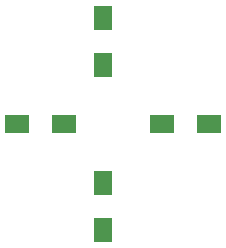
<source format=gbr>
G04 #@! TF.GenerationSoftware,KiCad,Pcbnew,6.0.2+dfsg-1*
G04 #@! TF.CreationDate,2022-10-10T23:20:55+02:00*
G04 #@! TF.ProjectId,buffered_multiple,62756666-6572-4656-945f-6d756c746970,rev?*
G04 #@! TF.SameCoordinates,Original*
G04 #@! TF.FileFunction,Paste,Top*
G04 #@! TF.FilePolarity,Positive*
%FSLAX46Y46*%
G04 Gerber Fmt 4.6, Leading zero omitted, Abs format (unit mm)*
G04 Created by KiCad (PCBNEW 6.0.2+dfsg-1) date 2022-10-10 23:20:55*
%MOMM*%
%LPD*%
G01*
G04 APERTURE LIST*
%ADD10R,1.600000X2.000000*%
%ADD11R,2.000000X1.600000*%
G04 APERTURE END LIST*
D10*
X202500000Y-103500000D03*
X202500000Y-107500000D03*
D11*
X211500000Y-112500000D03*
X207500000Y-112500000D03*
D10*
X202500000Y-117500000D03*
X202500000Y-121500000D03*
D11*
X195250000Y-112500000D03*
X199250000Y-112500000D03*
M02*

</source>
